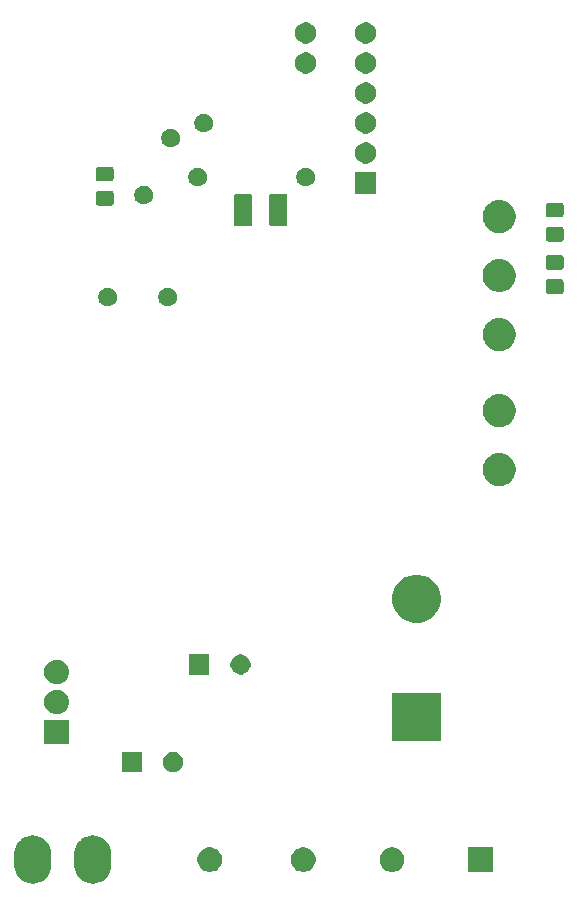
<source format=gbr>
G04 #@! TF.GenerationSoftware,KiCad,Pcbnew,(5.1.5)-3*
G04 #@! TF.CreationDate,2021-02-28T20:58:20+01:00*
G04 #@! TF.ProjectId,ATtimer,41547469-6d65-4722-9e6b-696361645f70,rev?*
G04 #@! TF.SameCoordinates,Original*
G04 #@! TF.FileFunction,Soldermask,Bot*
G04 #@! TF.FilePolarity,Negative*
%FSLAX46Y46*%
G04 Gerber Fmt 4.6, Leading zero omitted, Abs format (unit mm)*
G04 Created by KiCad (PCBNEW (5.1.5)-3) date 2021-02-28 20:58:20*
%MOMM*%
%LPD*%
G04 APERTURE LIST*
%ADD10C,0.100000*%
G04 APERTURE END LIST*
D10*
G36*
X40182048Y-129416442D02*
G01*
X40474413Y-129505130D01*
X40474415Y-129505131D01*
X40743856Y-129649150D01*
X40743858Y-129649151D01*
X40743857Y-129649151D01*
X40980029Y-129842971D01*
X41067395Y-129949426D01*
X41173850Y-130079142D01*
X41317869Y-130348584D01*
X41317870Y-130348586D01*
X41406558Y-130640951D01*
X41429000Y-130868810D01*
X41429000Y-132021190D01*
X41406558Y-132249049D01*
X41367931Y-132376384D01*
X41317869Y-132541416D01*
X41173850Y-132810858D01*
X40980029Y-133047029D01*
X40743858Y-133240850D01*
X40474416Y-133384869D01*
X40474414Y-133384870D01*
X40182049Y-133473558D01*
X39878000Y-133503504D01*
X39573952Y-133473558D01*
X39281587Y-133384870D01*
X39281585Y-133384869D01*
X39012143Y-133240850D01*
X38775972Y-133047029D01*
X38582151Y-132810858D01*
X38438130Y-132541414D01*
X38349442Y-132249049D01*
X38327000Y-132021190D01*
X38327000Y-130868811D01*
X38349442Y-130640952D01*
X38438130Y-130348587D01*
X38582151Y-130079143D01*
X38775971Y-129842971D01*
X38882426Y-129755605D01*
X39012142Y-129649150D01*
X39281584Y-129505131D01*
X39281586Y-129505130D01*
X39573951Y-129416442D01*
X39878000Y-129386496D01*
X40182048Y-129416442D01*
G37*
G36*
X45262048Y-129416442D02*
G01*
X45554413Y-129505130D01*
X45554415Y-129505131D01*
X45823856Y-129649150D01*
X45823858Y-129649151D01*
X45823857Y-129649151D01*
X46060029Y-129842971D01*
X46147395Y-129949426D01*
X46253850Y-130079142D01*
X46397869Y-130348584D01*
X46397870Y-130348586D01*
X46486558Y-130640951D01*
X46509000Y-130868810D01*
X46509000Y-132021190D01*
X46486558Y-132249049D01*
X46447931Y-132376384D01*
X46397869Y-132541416D01*
X46253850Y-132810858D01*
X46060029Y-133047029D01*
X45823858Y-133240850D01*
X45554416Y-133384869D01*
X45554414Y-133384870D01*
X45262049Y-133473558D01*
X44958000Y-133503504D01*
X44653952Y-133473558D01*
X44361587Y-133384870D01*
X44361585Y-133384869D01*
X44092143Y-133240850D01*
X43855972Y-133047029D01*
X43662151Y-132810858D01*
X43518130Y-132541414D01*
X43429442Y-132249049D01*
X43407000Y-132021190D01*
X43407000Y-130868811D01*
X43429442Y-130640952D01*
X43518130Y-130348587D01*
X43662151Y-130079143D01*
X43855971Y-129842971D01*
X43962426Y-129755605D01*
X44092142Y-129649150D01*
X44361584Y-129505131D01*
X44361586Y-129505130D01*
X44653951Y-129416442D01*
X44958000Y-129386496D01*
X45262048Y-129416442D01*
G37*
G36*
X55170564Y-130434389D02*
G01*
X55361833Y-130513615D01*
X55361835Y-130513616D01*
X55533973Y-130628635D01*
X55680365Y-130775027D01*
X55743030Y-130868811D01*
X55795385Y-130947167D01*
X55874611Y-131138436D01*
X55915000Y-131341484D01*
X55915000Y-131548516D01*
X55874611Y-131751564D01*
X55795385Y-131942833D01*
X55795384Y-131942835D01*
X55680365Y-132114973D01*
X55533973Y-132261365D01*
X55361835Y-132376384D01*
X55361834Y-132376385D01*
X55361833Y-132376385D01*
X55170564Y-132455611D01*
X54967516Y-132496000D01*
X54760484Y-132496000D01*
X54557436Y-132455611D01*
X54366167Y-132376385D01*
X54366166Y-132376385D01*
X54366165Y-132376384D01*
X54194027Y-132261365D01*
X54047635Y-132114973D01*
X53932616Y-131942835D01*
X53932615Y-131942833D01*
X53853389Y-131751564D01*
X53813000Y-131548516D01*
X53813000Y-131341484D01*
X53853389Y-131138436D01*
X53932615Y-130947167D01*
X53984971Y-130868811D01*
X54047635Y-130775027D01*
X54194027Y-130628635D01*
X54366165Y-130513616D01*
X54366167Y-130513615D01*
X54557436Y-130434389D01*
X54760484Y-130394000D01*
X54967516Y-130394000D01*
X55170564Y-130434389D01*
G37*
G36*
X70601064Y-130434389D02*
G01*
X70792333Y-130513615D01*
X70792335Y-130513616D01*
X70964473Y-130628635D01*
X71110865Y-130775027D01*
X71173530Y-130868811D01*
X71225885Y-130947167D01*
X71305111Y-131138436D01*
X71345500Y-131341484D01*
X71345500Y-131548516D01*
X71305111Y-131751564D01*
X71225885Y-131942833D01*
X71225884Y-131942835D01*
X71110865Y-132114973D01*
X70964473Y-132261365D01*
X70792335Y-132376384D01*
X70792334Y-132376385D01*
X70792333Y-132376385D01*
X70601064Y-132455611D01*
X70398016Y-132496000D01*
X70190984Y-132496000D01*
X69987936Y-132455611D01*
X69796667Y-132376385D01*
X69796666Y-132376385D01*
X69796665Y-132376384D01*
X69624527Y-132261365D01*
X69478135Y-132114973D01*
X69363116Y-131942835D01*
X69363115Y-131942833D01*
X69283889Y-131751564D01*
X69243500Y-131548516D01*
X69243500Y-131341484D01*
X69283889Y-131138436D01*
X69363115Y-130947167D01*
X69415471Y-130868811D01*
X69478135Y-130775027D01*
X69624527Y-130628635D01*
X69796665Y-130513616D01*
X69796667Y-130513615D01*
X69987936Y-130434389D01*
X70190984Y-130394000D01*
X70398016Y-130394000D01*
X70601064Y-130434389D01*
G37*
G36*
X78838500Y-132496000D02*
G01*
X76736500Y-132496000D01*
X76736500Y-130394000D01*
X78838500Y-130394000D01*
X78838500Y-132496000D01*
G37*
G36*
X63094064Y-130434389D02*
G01*
X63285333Y-130513615D01*
X63285335Y-130513616D01*
X63457473Y-130628635D01*
X63603865Y-130775027D01*
X63666530Y-130868811D01*
X63718885Y-130947167D01*
X63798111Y-131138436D01*
X63838500Y-131341484D01*
X63838500Y-131548516D01*
X63798111Y-131751564D01*
X63718885Y-131942833D01*
X63718884Y-131942835D01*
X63603865Y-132114973D01*
X63457473Y-132261365D01*
X63285335Y-132376384D01*
X63285334Y-132376385D01*
X63285333Y-132376385D01*
X63094064Y-132455611D01*
X62891016Y-132496000D01*
X62683984Y-132496000D01*
X62480936Y-132455611D01*
X62289667Y-132376385D01*
X62289666Y-132376385D01*
X62289665Y-132376384D01*
X62117527Y-132261365D01*
X61971135Y-132114973D01*
X61856116Y-131942835D01*
X61856115Y-131942833D01*
X61776889Y-131751564D01*
X61736500Y-131548516D01*
X61736500Y-131341484D01*
X61776889Y-131138436D01*
X61856115Y-130947167D01*
X61908471Y-130868811D01*
X61971135Y-130775027D01*
X62117527Y-130628635D01*
X62289665Y-130513616D01*
X62289667Y-130513615D01*
X62480936Y-130434389D01*
X62683984Y-130394000D01*
X62891016Y-130394000D01*
X63094064Y-130434389D01*
G37*
G36*
X52008228Y-122371703D02*
G01*
X52163100Y-122435853D01*
X52302481Y-122528985D01*
X52421015Y-122647519D01*
X52514147Y-122786900D01*
X52578297Y-122941772D01*
X52611000Y-123106184D01*
X52611000Y-123273816D01*
X52578297Y-123438228D01*
X52514147Y-123593100D01*
X52421015Y-123732481D01*
X52302481Y-123851015D01*
X52163100Y-123944147D01*
X52008228Y-124008297D01*
X51843816Y-124041000D01*
X51676184Y-124041000D01*
X51511772Y-124008297D01*
X51356900Y-123944147D01*
X51217519Y-123851015D01*
X51098985Y-123732481D01*
X51005853Y-123593100D01*
X50941703Y-123438228D01*
X50909000Y-123273816D01*
X50909000Y-123106184D01*
X50941703Y-122941772D01*
X51005853Y-122786900D01*
X51098985Y-122647519D01*
X51217519Y-122528985D01*
X51356900Y-122435853D01*
X51511772Y-122371703D01*
X51676184Y-122339000D01*
X51843816Y-122339000D01*
X52008228Y-122371703D01*
G37*
G36*
X49111000Y-124041000D02*
G01*
X47409000Y-124041000D01*
X47409000Y-122339000D01*
X49111000Y-122339000D01*
X49111000Y-124041000D01*
G37*
G36*
X42961000Y-121653500D02*
G01*
X40859000Y-121653500D01*
X40859000Y-119646500D01*
X42961000Y-119646500D01*
X42961000Y-121653500D01*
G37*
G36*
X74441000Y-121431000D02*
G01*
X70339000Y-121431000D01*
X70339000Y-117329000D01*
X74441000Y-117329000D01*
X74441000Y-121431000D01*
G37*
G36*
X42055936Y-117111340D02*
G01*
X42154220Y-117121020D01*
X42343381Y-117178401D01*
X42517712Y-117271583D01*
X42670515Y-117396985D01*
X42795917Y-117549788D01*
X42889099Y-117724119D01*
X42946480Y-117913280D01*
X42965855Y-118110000D01*
X42946480Y-118306720D01*
X42889099Y-118495881D01*
X42795917Y-118670212D01*
X42670515Y-118823015D01*
X42517712Y-118948417D01*
X42343381Y-119041599D01*
X42154220Y-119098980D01*
X42055936Y-119108660D01*
X42006795Y-119113500D01*
X41813205Y-119113500D01*
X41764064Y-119108660D01*
X41665780Y-119098980D01*
X41476619Y-119041599D01*
X41302288Y-118948417D01*
X41149485Y-118823015D01*
X41024083Y-118670212D01*
X40930901Y-118495881D01*
X40873520Y-118306720D01*
X40854145Y-118110000D01*
X40873520Y-117913280D01*
X40930901Y-117724119D01*
X41024083Y-117549788D01*
X41149485Y-117396985D01*
X41302288Y-117271583D01*
X41476619Y-117178401D01*
X41665780Y-117121020D01*
X41764064Y-117111340D01*
X41813205Y-117106500D01*
X42006795Y-117106500D01*
X42055936Y-117111340D01*
G37*
G36*
X42055936Y-114571340D02*
G01*
X42154220Y-114581020D01*
X42343381Y-114638401D01*
X42517712Y-114731583D01*
X42670515Y-114856985D01*
X42795917Y-115009788D01*
X42889099Y-115184119D01*
X42946480Y-115373280D01*
X42965855Y-115570000D01*
X42946480Y-115766720D01*
X42889099Y-115955881D01*
X42795917Y-116130212D01*
X42670515Y-116283015D01*
X42517712Y-116408417D01*
X42343381Y-116501599D01*
X42154220Y-116558980D01*
X42055936Y-116568660D01*
X42006795Y-116573500D01*
X41813205Y-116573500D01*
X41764064Y-116568660D01*
X41665780Y-116558980D01*
X41476619Y-116501599D01*
X41302288Y-116408417D01*
X41149485Y-116283015D01*
X41024083Y-116130212D01*
X40930901Y-115955881D01*
X40873520Y-115766720D01*
X40854145Y-115570000D01*
X40873520Y-115373280D01*
X40930901Y-115184119D01*
X41024083Y-115009788D01*
X41149485Y-114856985D01*
X41302288Y-114731583D01*
X41476619Y-114638401D01*
X41665780Y-114581020D01*
X41764064Y-114571340D01*
X41813205Y-114566500D01*
X42006795Y-114566500D01*
X42055936Y-114571340D01*
G37*
G36*
X57723228Y-114116703D02*
G01*
X57878100Y-114180853D01*
X58017481Y-114273985D01*
X58136015Y-114392519D01*
X58229147Y-114531900D01*
X58293297Y-114686772D01*
X58326000Y-114851184D01*
X58326000Y-115018816D01*
X58293297Y-115183228D01*
X58229147Y-115338100D01*
X58136015Y-115477481D01*
X58017481Y-115596015D01*
X57878100Y-115689147D01*
X57723228Y-115753297D01*
X57558816Y-115786000D01*
X57391184Y-115786000D01*
X57226772Y-115753297D01*
X57071900Y-115689147D01*
X56932519Y-115596015D01*
X56813985Y-115477481D01*
X56720853Y-115338100D01*
X56656703Y-115183228D01*
X56624000Y-115018816D01*
X56624000Y-114851184D01*
X56656703Y-114686772D01*
X56720853Y-114531900D01*
X56813985Y-114392519D01*
X56932519Y-114273985D01*
X57071900Y-114180853D01*
X57226772Y-114116703D01*
X57391184Y-114084000D01*
X57558816Y-114084000D01*
X57723228Y-114116703D01*
G37*
G36*
X54826000Y-115786000D02*
G01*
X53124000Y-115786000D01*
X53124000Y-114084000D01*
X54826000Y-114084000D01*
X54826000Y-115786000D01*
G37*
G36*
X72988254Y-107407818D02*
G01*
X73361511Y-107562426D01*
X73361513Y-107562427D01*
X73697436Y-107786884D01*
X73983116Y-108072564D01*
X74207574Y-108408489D01*
X74362182Y-108781746D01*
X74441000Y-109177993D01*
X74441000Y-109582007D01*
X74362182Y-109978254D01*
X74207574Y-110351511D01*
X74207573Y-110351513D01*
X73983116Y-110687436D01*
X73697436Y-110973116D01*
X73361513Y-111197573D01*
X73361512Y-111197574D01*
X73361511Y-111197574D01*
X72988254Y-111352182D01*
X72592007Y-111431000D01*
X72187993Y-111431000D01*
X71791746Y-111352182D01*
X71418489Y-111197574D01*
X71418488Y-111197574D01*
X71418487Y-111197573D01*
X71082564Y-110973116D01*
X70796884Y-110687436D01*
X70572427Y-110351513D01*
X70572426Y-110351511D01*
X70417818Y-109978254D01*
X70339000Y-109582007D01*
X70339000Y-109177993D01*
X70417818Y-108781746D01*
X70572426Y-108408489D01*
X70796884Y-108072564D01*
X71082564Y-107786884D01*
X71418487Y-107562427D01*
X71418489Y-107562426D01*
X71791746Y-107407818D01*
X72187993Y-107329000D01*
X72592007Y-107329000D01*
X72988254Y-107407818D01*
G37*
G36*
X79693433Y-97059893D02*
G01*
X79783657Y-97077839D01*
X79889267Y-97121585D01*
X80038621Y-97183449D01*
X80038622Y-97183450D01*
X80268086Y-97336772D01*
X80463228Y-97531914D01*
X80565675Y-97685237D01*
X80616551Y-97761379D01*
X80722161Y-98016344D01*
X80776000Y-98287012D01*
X80776000Y-98562988D01*
X80722161Y-98833656D01*
X80616551Y-99088621D01*
X80616550Y-99088622D01*
X80463228Y-99318086D01*
X80268086Y-99513228D01*
X80114763Y-99615675D01*
X80038621Y-99666551D01*
X79889267Y-99728415D01*
X79783657Y-99772161D01*
X79693433Y-99790107D01*
X79512988Y-99826000D01*
X79237012Y-99826000D01*
X79056567Y-99790107D01*
X78966343Y-99772161D01*
X78860733Y-99728415D01*
X78711379Y-99666551D01*
X78635237Y-99615675D01*
X78481914Y-99513228D01*
X78286772Y-99318086D01*
X78133450Y-99088622D01*
X78133449Y-99088621D01*
X78027839Y-98833656D01*
X77974000Y-98562988D01*
X77974000Y-98287012D01*
X78027839Y-98016344D01*
X78133449Y-97761379D01*
X78184325Y-97685237D01*
X78286772Y-97531914D01*
X78481914Y-97336772D01*
X78711378Y-97183450D01*
X78711379Y-97183449D01*
X78860733Y-97121585D01*
X78966343Y-97077839D01*
X79056567Y-97059893D01*
X79237012Y-97024000D01*
X79512988Y-97024000D01*
X79693433Y-97059893D01*
G37*
G36*
X79693433Y-92059893D02*
G01*
X79783657Y-92077839D01*
X79889267Y-92121585D01*
X80038621Y-92183449D01*
X80038622Y-92183450D01*
X80268086Y-92336772D01*
X80463228Y-92531914D01*
X80565675Y-92685237D01*
X80616551Y-92761379D01*
X80722161Y-93016344D01*
X80776000Y-93287012D01*
X80776000Y-93562988D01*
X80722161Y-93833656D01*
X80616551Y-94088621D01*
X80616550Y-94088622D01*
X80463228Y-94318086D01*
X80268086Y-94513228D01*
X80114763Y-94615675D01*
X80038621Y-94666551D01*
X79889267Y-94728415D01*
X79783657Y-94772161D01*
X79693433Y-94790107D01*
X79512988Y-94826000D01*
X79237012Y-94826000D01*
X79056567Y-94790107D01*
X78966343Y-94772161D01*
X78860733Y-94728415D01*
X78711379Y-94666551D01*
X78635237Y-94615675D01*
X78481914Y-94513228D01*
X78286772Y-94318086D01*
X78133450Y-94088622D01*
X78133449Y-94088621D01*
X78027839Y-93833656D01*
X77974000Y-93562988D01*
X77974000Y-93287012D01*
X78027839Y-93016344D01*
X78133449Y-92761379D01*
X78184325Y-92685237D01*
X78286772Y-92531914D01*
X78481914Y-92336772D01*
X78711378Y-92183450D01*
X78711379Y-92183449D01*
X78860733Y-92121585D01*
X78966343Y-92077839D01*
X79056567Y-92059893D01*
X79237012Y-92024000D01*
X79512988Y-92024000D01*
X79693433Y-92059893D01*
G37*
G36*
X79693433Y-85629893D02*
G01*
X79783657Y-85647839D01*
X79889267Y-85691585D01*
X80038621Y-85753449D01*
X80038622Y-85753450D01*
X80268086Y-85906772D01*
X80463228Y-86101914D01*
X80565675Y-86255237D01*
X80616551Y-86331379D01*
X80722161Y-86586344D01*
X80776000Y-86857012D01*
X80776000Y-87132988D01*
X80722161Y-87403656D01*
X80616551Y-87658621D01*
X80616550Y-87658622D01*
X80463228Y-87888086D01*
X80268086Y-88083228D01*
X80114763Y-88185675D01*
X80038621Y-88236551D01*
X79889267Y-88298415D01*
X79783657Y-88342161D01*
X79693433Y-88360107D01*
X79512988Y-88396000D01*
X79237012Y-88396000D01*
X79056567Y-88360107D01*
X78966343Y-88342161D01*
X78860733Y-88298415D01*
X78711379Y-88236551D01*
X78635237Y-88185675D01*
X78481914Y-88083228D01*
X78286772Y-87888086D01*
X78133450Y-87658622D01*
X78133449Y-87658621D01*
X78027839Y-87403656D01*
X77974000Y-87132988D01*
X77974000Y-86857012D01*
X78027839Y-86586344D01*
X78133449Y-86331379D01*
X78184325Y-86255237D01*
X78286772Y-86101914D01*
X78481914Y-85906772D01*
X78711378Y-85753450D01*
X78711379Y-85753449D01*
X78860733Y-85691585D01*
X78966343Y-85647839D01*
X79056567Y-85629893D01*
X79237012Y-85594000D01*
X79512988Y-85594000D01*
X79693433Y-85629893D01*
G37*
G36*
X51541642Y-83049781D02*
G01*
X51687414Y-83110162D01*
X51687416Y-83110163D01*
X51818608Y-83197822D01*
X51930178Y-83309392D01*
X52017837Y-83440584D01*
X52017838Y-83440586D01*
X52078219Y-83586358D01*
X52109000Y-83741107D01*
X52109000Y-83898893D01*
X52078219Y-84053642D01*
X52017838Y-84199414D01*
X52017837Y-84199416D01*
X51930178Y-84330608D01*
X51818608Y-84442178D01*
X51687416Y-84529837D01*
X51687415Y-84529838D01*
X51687414Y-84529838D01*
X51541642Y-84590219D01*
X51386893Y-84621000D01*
X51229107Y-84621000D01*
X51074358Y-84590219D01*
X50928586Y-84529838D01*
X50928585Y-84529838D01*
X50928584Y-84529837D01*
X50797392Y-84442178D01*
X50685822Y-84330608D01*
X50598163Y-84199416D01*
X50598162Y-84199414D01*
X50537781Y-84053642D01*
X50507000Y-83898893D01*
X50507000Y-83741107D01*
X50537781Y-83586358D01*
X50598162Y-83440586D01*
X50598163Y-83440584D01*
X50685822Y-83309392D01*
X50797392Y-83197822D01*
X50928584Y-83110163D01*
X50928586Y-83110162D01*
X51074358Y-83049781D01*
X51229107Y-83019000D01*
X51386893Y-83019000D01*
X51541642Y-83049781D01*
G37*
G36*
X46461642Y-83049781D02*
G01*
X46607414Y-83110162D01*
X46607416Y-83110163D01*
X46738608Y-83197822D01*
X46850178Y-83309392D01*
X46937837Y-83440584D01*
X46937838Y-83440586D01*
X46998219Y-83586358D01*
X47029000Y-83741107D01*
X47029000Y-83898893D01*
X46998219Y-84053642D01*
X46937838Y-84199414D01*
X46937837Y-84199416D01*
X46850178Y-84330608D01*
X46738608Y-84442178D01*
X46607416Y-84529837D01*
X46607415Y-84529838D01*
X46607414Y-84529838D01*
X46461642Y-84590219D01*
X46306893Y-84621000D01*
X46149107Y-84621000D01*
X45994358Y-84590219D01*
X45848586Y-84529838D01*
X45848585Y-84529838D01*
X45848584Y-84529837D01*
X45717392Y-84442178D01*
X45605822Y-84330608D01*
X45518163Y-84199416D01*
X45518162Y-84199414D01*
X45457781Y-84053642D01*
X45427000Y-83898893D01*
X45427000Y-83741107D01*
X45457781Y-83586358D01*
X45518162Y-83440586D01*
X45518163Y-83440584D01*
X45605822Y-83309392D01*
X45717392Y-83197822D01*
X45848584Y-83110163D01*
X45848586Y-83110162D01*
X45994358Y-83049781D01*
X46149107Y-83019000D01*
X46306893Y-83019000D01*
X46461642Y-83049781D01*
G37*
G36*
X84662674Y-82318465D02*
G01*
X84700367Y-82329899D01*
X84735103Y-82348466D01*
X84765548Y-82373452D01*
X84790534Y-82403897D01*
X84809101Y-82438633D01*
X84820535Y-82476326D01*
X84825000Y-82521661D01*
X84825000Y-83358339D01*
X84820535Y-83403674D01*
X84809101Y-83441367D01*
X84790534Y-83476103D01*
X84765548Y-83506548D01*
X84735103Y-83531534D01*
X84700367Y-83550101D01*
X84662674Y-83561535D01*
X84617339Y-83566000D01*
X83530661Y-83566000D01*
X83485326Y-83561535D01*
X83447633Y-83550101D01*
X83412897Y-83531534D01*
X83382452Y-83506548D01*
X83357466Y-83476103D01*
X83338899Y-83441367D01*
X83327465Y-83403674D01*
X83323000Y-83358339D01*
X83323000Y-82521661D01*
X83327465Y-82476326D01*
X83338899Y-82438633D01*
X83357466Y-82403897D01*
X83382452Y-82373452D01*
X83412897Y-82348466D01*
X83447633Y-82329899D01*
X83485326Y-82318465D01*
X83530661Y-82314000D01*
X84617339Y-82314000D01*
X84662674Y-82318465D01*
G37*
G36*
X79693433Y-80629893D02*
G01*
X79783657Y-80647839D01*
X79889267Y-80691585D01*
X80038621Y-80753449D01*
X80038622Y-80753450D01*
X80268086Y-80906772D01*
X80463228Y-81101914D01*
X80558051Y-81243827D01*
X80616551Y-81331379D01*
X80641399Y-81391367D01*
X80722161Y-81586343D01*
X80776000Y-81857014D01*
X80776000Y-82132986D01*
X80722161Y-82403657D01*
X80709194Y-82434962D01*
X80616551Y-82658621D01*
X80616550Y-82658622D01*
X80463228Y-82888086D01*
X80268086Y-83083228D01*
X80114763Y-83185675D01*
X80038621Y-83236551D01*
X79889267Y-83298415D01*
X79783657Y-83342161D01*
X79759706Y-83346925D01*
X79512988Y-83396000D01*
X79237012Y-83396000D01*
X78990294Y-83346925D01*
X78966343Y-83342161D01*
X78860733Y-83298415D01*
X78711379Y-83236551D01*
X78635237Y-83185675D01*
X78481914Y-83083228D01*
X78286772Y-82888086D01*
X78133450Y-82658622D01*
X78133449Y-82658621D01*
X78040806Y-82434962D01*
X78027839Y-82403657D01*
X77974000Y-82132986D01*
X77974000Y-81857014D01*
X78027839Y-81586343D01*
X78108601Y-81391367D01*
X78133449Y-81331379D01*
X78191949Y-81243827D01*
X78286772Y-81101914D01*
X78481914Y-80906772D01*
X78711378Y-80753450D01*
X78711379Y-80753449D01*
X78860733Y-80691585D01*
X78966343Y-80647839D01*
X79056567Y-80629893D01*
X79237012Y-80594000D01*
X79512988Y-80594000D01*
X79693433Y-80629893D01*
G37*
G36*
X84662674Y-80268465D02*
G01*
X84700367Y-80279899D01*
X84735103Y-80298466D01*
X84765548Y-80323452D01*
X84790534Y-80353897D01*
X84809101Y-80388633D01*
X84820535Y-80426326D01*
X84825000Y-80471661D01*
X84825000Y-81308339D01*
X84820535Y-81353674D01*
X84809101Y-81391367D01*
X84790534Y-81426103D01*
X84765548Y-81456548D01*
X84735103Y-81481534D01*
X84700367Y-81500101D01*
X84662674Y-81511535D01*
X84617339Y-81516000D01*
X83530661Y-81516000D01*
X83485326Y-81511535D01*
X83447633Y-81500101D01*
X83412897Y-81481534D01*
X83382452Y-81456548D01*
X83357466Y-81426103D01*
X83338899Y-81391367D01*
X83327465Y-81353674D01*
X83323000Y-81308339D01*
X83323000Y-80471661D01*
X83327465Y-80426326D01*
X83338899Y-80388633D01*
X83357466Y-80353897D01*
X83382452Y-80323452D01*
X83412897Y-80298466D01*
X83447633Y-80279899D01*
X83485326Y-80268465D01*
X83530661Y-80264000D01*
X84617339Y-80264000D01*
X84662674Y-80268465D01*
G37*
G36*
X84662674Y-77873465D02*
G01*
X84700367Y-77884899D01*
X84735103Y-77903466D01*
X84765548Y-77928452D01*
X84790534Y-77958897D01*
X84809101Y-77993633D01*
X84820535Y-78031326D01*
X84825000Y-78076661D01*
X84825000Y-78913339D01*
X84820535Y-78958674D01*
X84809101Y-78996367D01*
X84790534Y-79031103D01*
X84765548Y-79061548D01*
X84735103Y-79086534D01*
X84700367Y-79105101D01*
X84662674Y-79116535D01*
X84617339Y-79121000D01*
X83530661Y-79121000D01*
X83485326Y-79116535D01*
X83447633Y-79105101D01*
X83412897Y-79086534D01*
X83382452Y-79061548D01*
X83357466Y-79031103D01*
X83338899Y-78996367D01*
X83327465Y-78958674D01*
X83323000Y-78913339D01*
X83323000Y-78076661D01*
X83327465Y-78031326D01*
X83338899Y-77993633D01*
X83357466Y-77958897D01*
X83382452Y-77928452D01*
X83412897Y-77903466D01*
X83447633Y-77884899D01*
X83485326Y-77873465D01*
X83530661Y-77869000D01*
X84617339Y-77869000D01*
X84662674Y-77873465D01*
G37*
G36*
X79693433Y-75629893D02*
G01*
X79783657Y-75647839D01*
X79889267Y-75691585D01*
X80038621Y-75753449D01*
X80038622Y-75753450D01*
X80268086Y-75906772D01*
X80463228Y-76101914D01*
X80565675Y-76255237D01*
X80616551Y-76331379D01*
X80722161Y-76586344D01*
X80776000Y-76857012D01*
X80776000Y-77132988D01*
X80722161Y-77403656D01*
X80616551Y-77658621D01*
X80565675Y-77734763D01*
X80463228Y-77888086D01*
X80268086Y-78083228D01*
X80114763Y-78185675D01*
X80038621Y-78236551D01*
X79889267Y-78298415D01*
X79783657Y-78342161D01*
X79693433Y-78360107D01*
X79512988Y-78396000D01*
X79237012Y-78396000D01*
X79056567Y-78360107D01*
X78966343Y-78342161D01*
X78860733Y-78298415D01*
X78711379Y-78236551D01*
X78635237Y-78185675D01*
X78481914Y-78083228D01*
X78286772Y-77888086D01*
X78184325Y-77734763D01*
X78133449Y-77658621D01*
X78027839Y-77403656D01*
X77974000Y-77132988D01*
X77974000Y-76857012D01*
X78027839Y-76586344D01*
X78133449Y-76331379D01*
X78184325Y-76255237D01*
X78286772Y-76101914D01*
X78481914Y-75906772D01*
X78711378Y-75753450D01*
X78711379Y-75753449D01*
X78860733Y-75691585D01*
X78966343Y-75647839D01*
X79056567Y-75629893D01*
X79237012Y-75594000D01*
X79512988Y-75594000D01*
X79693433Y-75629893D01*
G37*
G36*
X58307562Y-75082181D02*
G01*
X58342481Y-75092774D01*
X58374663Y-75109976D01*
X58402873Y-75133127D01*
X58426024Y-75161337D01*
X58443226Y-75193519D01*
X58453819Y-75228438D01*
X58458000Y-75270895D01*
X58458000Y-77637105D01*
X58453819Y-77679562D01*
X58443226Y-77714481D01*
X58426024Y-77746663D01*
X58402873Y-77774873D01*
X58374663Y-77798024D01*
X58342481Y-77815226D01*
X58307562Y-77825819D01*
X58265105Y-77830000D01*
X57123895Y-77830000D01*
X57081438Y-77825819D01*
X57046519Y-77815226D01*
X57014337Y-77798024D01*
X56986127Y-77774873D01*
X56962976Y-77746663D01*
X56945774Y-77714481D01*
X56935181Y-77679562D01*
X56931000Y-77637105D01*
X56931000Y-75270895D01*
X56935181Y-75228438D01*
X56945774Y-75193519D01*
X56962976Y-75161337D01*
X56986127Y-75133127D01*
X57014337Y-75109976D01*
X57046519Y-75092774D01*
X57081438Y-75082181D01*
X57123895Y-75078000D01*
X58265105Y-75078000D01*
X58307562Y-75082181D01*
G37*
G36*
X61282562Y-75082181D02*
G01*
X61317481Y-75092774D01*
X61349663Y-75109976D01*
X61377873Y-75133127D01*
X61401024Y-75161337D01*
X61418226Y-75193519D01*
X61428819Y-75228438D01*
X61433000Y-75270895D01*
X61433000Y-77637105D01*
X61428819Y-77679562D01*
X61418226Y-77714481D01*
X61401024Y-77746663D01*
X61377873Y-77774873D01*
X61349663Y-77798024D01*
X61317481Y-77815226D01*
X61282562Y-77825819D01*
X61240105Y-77830000D01*
X60098895Y-77830000D01*
X60056438Y-77825819D01*
X60021519Y-77815226D01*
X59989337Y-77798024D01*
X59961127Y-77774873D01*
X59937976Y-77746663D01*
X59920774Y-77714481D01*
X59910181Y-77679562D01*
X59906000Y-77637105D01*
X59906000Y-75270895D01*
X59910181Y-75228438D01*
X59920774Y-75193519D01*
X59937976Y-75161337D01*
X59961127Y-75133127D01*
X59989337Y-75109976D01*
X60021519Y-75092774D01*
X60056438Y-75082181D01*
X60098895Y-75078000D01*
X61240105Y-75078000D01*
X61282562Y-75082181D01*
G37*
G36*
X84662674Y-75823465D02*
G01*
X84700367Y-75834899D01*
X84735103Y-75853466D01*
X84765548Y-75878452D01*
X84790534Y-75908897D01*
X84809101Y-75943633D01*
X84820535Y-75981326D01*
X84825000Y-76026661D01*
X84825000Y-76863339D01*
X84820535Y-76908674D01*
X84809101Y-76946367D01*
X84790534Y-76981103D01*
X84765548Y-77011548D01*
X84735103Y-77036534D01*
X84700367Y-77055101D01*
X84662674Y-77066535D01*
X84617339Y-77071000D01*
X83530661Y-77071000D01*
X83485326Y-77066535D01*
X83447633Y-77055101D01*
X83412897Y-77036534D01*
X83382452Y-77011548D01*
X83357466Y-76981103D01*
X83338899Y-76946367D01*
X83327465Y-76908674D01*
X83323000Y-76863339D01*
X83323000Y-76026661D01*
X83327465Y-75981326D01*
X83338899Y-75943633D01*
X83357466Y-75908897D01*
X83382452Y-75878452D01*
X83412897Y-75853466D01*
X83447633Y-75834899D01*
X83485326Y-75823465D01*
X83530661Y-75819000D01*
X84617339Y-75819000D01*
X84662674Y-75823465D01*
G37*
G36*
X46562674Y-74825465D02*
G01*
X46600367Y-74836899D01*
X46635103Y-74855466D01*
X46665548Y-74880452D01*
X46690534Y-74910897D01*
X46709101Y-74945633D01*
X46720535Y-74983326D01*
X46725000Y-75028661D01*
X46725000Y-75865339D01*
X46720535Y-75910674D01*
X46709101Y-75948367D01*
X46690534Y-75983103D01*
X46665548Y-76013548D01*
X46635103Y-76038534D01*
X46600367Y-76057101D01*
X46562674Y-76068535D01*
X46517339Y-76073000D01*
X45430661Y-76073000D01*
X45385326Y-76068535D01*
X45347633Y-76057101D01*
X45312897Y-76038534D01*
X45282452Y-76013548D01*
X45257466Y-75983103D01*
X45238899Y-75948367D01*
X45227465Y-75910674D01*
X45223000Y-75865339D01*
X45223000Y-75028661D01*
X45227465Y-74983326D01*
X45238899Y-74945633D01*
X45257466Y-74910897D01*
X45282452Y-74880452D01*
X45312897Y-74855466D01*
X45347633Y-74836899D01*
X45385326Y-74825465D01*
X45430661Y-74821000D01*
X46517339Y-74821000D01*
X46562674Y-74825465D01*
G37*
G36*
X49509642Y-74413781D02*
G01*
X49623638Y-74461000D01*
X49655416Y-74474163D01*
X49786608Y-74561822D01*
X49898178Y-74673392D01*
X49985837Y-74804584D01*
X49985838Y-74804586D01*
X50046219Y-74950358D01*
X50077000Y-75105107D01*
X50077000Y-75262893D01*
X50046219Y-75417642D01*
X49985838Y-75563414D01*
X49985837Y-75563416D01*
X49898178Y-75694608D01*
X49786608Y-75806178D01*
X49655416Y-75893837D01*
X49655415Y-75893838D01*
X49655414Y-75893838D01*
X49509642Y-75954219D01*
X49354893Y-75985000D01*
X49197107Y-75985000D01*
X49042358Y-75954219D01*
X48896586Y-75893838D01*
X48896585Y-75893838D01*
X48896584Y-75893837D01*
X48765392Y-75806178D01*
X48653822Y-75694608D01*
X48566163Y-75563416D01*
X48566162Y-75563414D01*
X48505781Y-75417642D01*
X48475000Y-75262893D01*
X48475000Y-75105107D01*
X48505781Y-74950358D01*
X48566162Y-74804586D01*
X48566163Y-74804584D01*
X48653822Y-74673392D01*
X48765392Y-74561822D01*
X48896584Y-74474163D01*
X48928362Y-74461000D01*
X49042358Y-74413781D01*
X49197107Y-74383000D01*
X49354893Y-74383000D01*
X49509642Y-74413781D01*
G37*
G36*
X68973000Y-75069000D02*
G01*
X67171000Y-75069000D01*
X67171000Y-73267000D01*
X68973000Y-73267000D01*
X68973000Y-75069000D01*
G37*
G36*
X63225642Y-72889781D02*
G01*
X63371414Y-72950162D01*
X63371416Y-72950163D01*
X63502608Y-73037822D01*
X63614178Y-73149392D01*
X63701837Y-73280584D01*
X63701838Y-73280586D01*
X63762219Y-73426358D01*
X63793000Y-73581107D01*
X63793000Y-73738893D01*
X63762219Y-73893642D01*
X63710803Y-74017770D01*
X63701837Y-74039416D01*
X63614178Y-74170608D01*
X63502608Y-74282178D01*
X63371416Y-74369837D01*
X63371415Y-74369838D01*
X63371414Y-74369838D01*
X63225642Y-74430219D01*
X63070893Y-74461000D01*
X62913107Y-74461000D01*
X62758358Y-74430219D01*
X62612586Y-74369838D01*
X62612585Y-74369838D01*
X62612584Y-74369837D01*
X62481392Y-74282178D01*
X62369822Y-74170608D01*
X62282163Y-74039416D01*
X62273197Y-74017770D01*
X62221781Y-73893642D01*
X62191000Y-73738893D01*
X62191000Y-73581107D01*
X62221781Y-73426358D01*
X62282162Y-73280586D01*
X62282163Y-73280584D01*
X62369822Y-73149392D01*
X62481392Y-73037822D01*
X62612584Y-72950163D01*
X62612586Y-72950162D01*
X62758358Y-72889781D01*
X62913107Y-72859000D01*
X63070893Y-72859000D01*
X63225642Y-72889781D01*
G37*
G36*
X54081642Y-72889781D02*
G01*
X54227414Y-72950162D01*
X54227416Y-72950163D01*
X54358608Y-73037822D01*
X54470178Y-73149392D01*
X54557837Y-73280584D01*
X54557838Y-73280586D01*
X54618219Y-73426358D01*
X54649000Y-73581107D01*
X54649000Y-73738893D01*
X54618219Y-73893642D01*
X54566803Y-74017770D01*
X54557837Y-74039416D01*
X54470178Y-74170608D01*
X54358608Y-74282178D01*
X54227416Y-74369837D01*
X54227415Y-74369838D01*
X54227414Y-74369838D01*
X54081642Y-74430219D01*
X53926893Y-74461000D01*
X53769107Y-74461000D01*
X53614358Y-74430219D01*
X53468586Y-74369838D01*
X53468585Y-74369838D01*
X53468584Y-74369837D01*
X53337392Y-74282178D01*
X53225822Y-74170608D01*
X53138163Y-74039416D01*
X53129197Y-74017770D01*
X53077781Y-73893642D01*
X53047000Y-73738893D01*
X53047000Y-73581107D01*
X53077781Y-73426358D01*
X53138162Y-73280586D01*
X53138163Y-73280584D01*
X53225822Y-73149392D01*
X53337392Y-73037822D01*
X53468584Y-72950163D01*
X53468586Y-72950162D01*
X53614358Y-72889781D01*
X53769107Y-72859000D01*
X53926893Y-72859000D01*
X54081642Y-72889781D01*
G37*
G36*
X46562674Y-72775465D02*
G01*
X46600367Y-72786899D01*
X46635103Y-72805466D01*
X46665548Y-72830452D01*
X46690534Y-72860897D01*
X46709101Y-72895633D01*
X46720535Y-72933326D01*
X46725000Y-72978661D01*
X46725000Y-73815339D01*
X46720535Y-73860674D01*
X46709101Y-73898367D01*
X46690534Y-73933103D01*
X46665548Y-73963548D01*
X46635103Y-73988534D01*
X46600367Y-74007101D01*
X46562674Y-74018535D01*
X46517339Y-74023000D01*
X45430661Y-74023000D01*
X45385326Y-74018535D01*
X45347633Y-74007101D01*
X45312897Y-73988534D01*
X45282452Y-73963548D01*
X45257466Y-73933103D01*
X45238899Y-73898367D01*
X45227465Y-73860674D01*
X45223000Y-73815339D01*
X45223000Y-72978661D01*
X45227465Y-72933326D01*
X45238899Y-72895633D01*
X45257466Y-72860897D01*
X45282452Y-72830452D01*
X45312897Y-72805466D01*
X45347633Y-72786899D01*
X45385326Y-72775465D01*
X45430661Y-72771000D01*
X46517339Y-72771000D01*
X46562674Y-72775465D01*
G37*
G36*
X68185512Y-70731927D02*
G01*
X68334812Y-70761624D01*
X68498784Y-70829544D01*
X68646354Y-70928147D01*
X68771853Y-71053646D01*
X68870456Y-71201216D01*
X68938376Y-71365188D01*
X68973000Y-71539259D01*
X68973000Y-71716741D01*
X68938376Y-71890812D01*
X68870456Y-72054784D01*
X68771853Y-72202354D01*
X68646354Y-72327853D01*
X68498784Y-72426456D01*
X68334812Y-72494376D01*
X68185512Y-72524073D01*
X68160742Y-72529000D01*
X67983258Y-72529000D01*
X67958488Y-72524073D01*
X67809188Y-72494376D01*
X67645216Y-72426456D01*
X67497646Y-72327853D01*
X67372147Y-72202354D01*
X67273544Y-72054784D01*
X67205624Y-71890812D01*
X67171000Y-71716741D01*
X67171000Y-71539259D01*
X67205624Y-71365188D01*
X67273544Y-71201216D01*
X67372147Y-71053646D01*
X67497646Y-70928147D01*
X67645216Y-70829544D01*
X67809188Y-70761624D01*
X67958488Y-70731927D01*
X67983258Y-70727000D01*
X68160742Y-70727000D01*
X68185512Y-70731927D01*
G37*
G36*
X51795642Y-69587781D02*
G01*
X51941414Y-69648162D01*
X51941416Y-69648163D01*
X52072608Y-69735822D01*
X52184178Y-69847392D01*
X52271837Y-69978584D01*
X52271838Y-69978586D01*
X52332219Y-70124358D01*
X52363000Y-70279107D01*
X52363000Y-70436893D01*
X52332219Y-70591642D01*
X52271838Y-70737414D01*
X52271837Y-70737416D01*
X52184178Y-70868608D01*
X52072608Y-70980178D01*
X51941416Y-71067837D01*
X51941415Y-71067838D01*
X51941414Y-71067838D01*
X51795642Y-71128219D01*
X51640893Y-71159000D01*
X51483107Y-71159000D01*
X51328358Y-71128219D01*
X51182586Y-71067838D01*
X51182585Y-71067838D01*
X51182584Y-71067837D01*
X51051392Y-70980178D01*
X50939822Y-70868608D01*
X50852163Y-70737416D01*
X50852162Y-70737414D01*
X50791781Y-70591642D01*
X50761000Y-70436893D01*
X50761000Y-70279107D01*
X50791781Y-70124358D01*
X50852162Y-69978586D01*
X50852163Y-69978584D01*
X50939822Y-69847392D01*
X51051392Y-69735822D01*
X51182584Y-69648163D01*
X51182586Y-69648162D01*
X51328358Y-69587781D01*
X51483107Y-69557000D01*
X51640893Y-69557000D01*
X51795642Y-69587781D01*
G37*
G36*
X68185512Y-68191927D02*
G01*
X68334812Y-68221624D01*
X68498784Y-68289544D01*
X68646354Y-68388147D01*
X68771853Y-68513646D01*
X68870456Y-68661216D01*
X68938376Y-68825188D01*
X68973000Y-68999259D01*
X68973000Y-69176741D01*
X68938376Y-69350812D01*
X68870456Y-69514784D01*
X68771853Y-69662354D01*
X68646354Y-69787853D01*
X68498784Y-69886456D01*
X68334812Y-69954376D01*
X68185512Y-69984073D01*
X68160742Y-69989000D01*
X67983258Y-69989000D01*
X67958488Y-69984073D01*
X67809188Y-69954376D01*
X67645216Y-69886456D01*
X67497646Y-69787853D01*
X67372147Y-69662354D01*
X67273544Y-69514784D01*
X67205624Y-69350812D01*
X67171000Y-69176741D01*
X67171000Y-68999259D01*
X67205624Y-68825188D01*
X67273544Y-68661216D01*
X67372147Y-68513646D01*
X67497646Y-68388147D01*
X67645216Y-68289544D01*
X67809188Y-68221624D01*
X67958488Y-68191927D01*
X67983258Y-68187000D01*
X68160742Y-68187000D01*
X68185512Y-68191927D01*
G37*
G36*
X54589642Y-68317781D02*
G01*
X54735414Y-68378162D01*
X54735416Y-68378163D01*
X54866608Y-68465822D01*
X54978178Y-68577392D01*
X55034187Y-68661216D01*
X55065838Y-68708586D01*
X55126219Y-68854358D01*
X55157000Y-69009107D01*
X55157000Y-69166893D01*
X55126219Y-69321642D01*
X55114136Y-69350812D01*
X55065837Y-69467416D01*
X54978178Y-69598608D01*
X54866608Y-69710178D01*
X54735416Y-69797837D01*
X54735415Y-69797838D01*
X54735414Y-69797838D01*
X54589642Y-69858219D01*
X54434893Y-69889000D01*
X54277107Y-69889000D01*
X54122358Y-69858219D01*
X53976586Y-69797838D01*
X53976585Y-69797838D01*
X53976584Y-69797837D01*
X53845392Y-69710178D01*
X53733822Y-69598608D01*
X53646163Y-69467416D01*
X53597864Y-69350812D01*
X53585781Y-69321642D01*
X53555000Y-69166893D01*
X53555000Y-69009107D01*
X53585781Y-68854358D01*
X53646162Y-68708586D01*
X53677813Y-68661216D01*
X53733822Y-68577392D01*
X53845392Y-68465822D01*
X53976584Y-68378163D01*
X53976586Y-68378162D01*
X54122358Y-68317781D01*
X54277107Y-68287000D01*
X54434893Y-68287000D01*
X54589642Y-68317781D01*
G37*
G36*
X68185512Y-65651927D02*
G01*
X68334812Y-65681624D01*
X68498784Y-65749544D01*
X68646354Y-65848147D01*
X68771853Y-65973646D01*
X68870456Y-66121216D01*
X68938376Y-66285188D01*
X68973000Y-66459259D01*
X68973000Y-66636741D01*
X68938376Y-66810812D01*
X68870456Y-66974784D01*
X68771853Y-67122354D01*
X68646354Y-67247853D01*
X68498784Y-67346456D01*
X68334812Y-67414376D01*
X68185512Y-67444073D01*
X68160742Y-67449000D01*
X67983258Y-67449000D01*
X67958488Y-67444073D01*
X67809188Y-67414376D01*
X67645216Y-67346456D01*
X67497646Y-67247853D01*
X67372147Y-67122354D01*
X67273544Y-66974784D01*
X67205624Y-66810812D01*
X67171000Y-66636741D01*
X67171000Y-66459259D01*
X67205624Y-66285188D01*
X67273544Y-66121216D01*
X67372147Y-65973646D01*
X67497646Y-65848147D01*
X67645216Y-65749544D01*
X67809188Y-65681624D01*
X67958488Y-65651927D01*
X67983258Y-65647000D01*
X68160742Y-65647000D01*
X68185512Y-65651927D01*
G37*
G36*
X63105512Y-63111927D02*
G01*
X63254812Y-63141624D01*
X63418784Y-63209544D01*
X63566354Y-63308147D01*
X63691853Y-63433646D01*
X63790456Y-63581216D01*
X63858376Y-63745188D01*
X63893000Y-63919259D01*
X63893000Y-64096741D01*
X63858376Y-64270812D01*
X63790456Y-64434784D01*
X63691853Y-64582354D01*
X63566354Y-64707853D01*
X63418784Y-64806456D01*
X63254812Y-64874376D01*
X63105512Y-64904073D01*
X63080742Y-64909000D01*
X62903258Y-64909000D01*
X62878488Y-64904073D01*
X62729188Y-64874376D01*
X62565216Y-64806456D01*
X62417646Y-64707853D01*
X62292147Y-64582354D01*
X62193544Y-64434784D01*
X62125624Y-64270812D01*
X62091000Y-64096741D01*
X62091000Y-63919259D01*
X62125624Y-63745188D01*
X62193544Y-63581216D01*
X62292147Y-63433646D01*
X62417646Y-63308147D01*
X62565216Y-63209544D01*
X62729188Y-63141624D01*
X62878488Y-63111927D01*
X62903258Y-63107000D01*
X63080742Y-63107000D01*
X63105512Y-63111927D01*
G37*
G36*
X68185512Y-63111927D02*
G01*
X68334812Y-63141624D01*
X68498784Y-63209544D01*
X68646354Y-63308147D01*
X68771853Y-63433646D01*
X68870456Y-63581216D01*
X68938376Y-63745188D01*
X68973000Y-63919259D01*
X68973000Y-64096741D01*
X68938376Y-64270812D01*
X68870456Y-64434784D01*
X68771853Y-64582354D01*
X68646354Y-64707853D01*
X68498784Y-64806456D01*
X68334812Y-64874376D01*
X68185512Y-64904073D01*
X68160742Y-64909000D01*
X67983258Y-64909000D01*
X67958488Y-64904073D01*
X67809188Y-64874376D01*
X67645216Y-64806456D01*
X67497646Y-64707853D01*
X67372147Y-64582354D01*
X67273544Y-64434784D01*
X67205624Y-64270812D01*
X67171000Y-64096741D01*
X67171000Y-63919259D01*
X67205624Y-63745188D01*
X67273544Y-63581216D01*
X67372147Y-63433646D01*
X67497646Y-63308147D01*
X67645216Y-63209544D01*
X67809188Y-63141624D01*
X67958488Y-63111927D01*
X67983258Y-63107000D01*
X68160742Y-63107000D01*
X68185512Y-63111927D01*
G37*
G36*
X63105512Y-60571927D02*
G01*
X63254812Y-60601624D01*
X63418784Y-60669544D01*
X63566354Y-60768147D01*
X63691853Y-60893646D01*
X63790456Y-61041216D01*
X63858376Y-61205188D01*
X63893000Y-61379259D01*
X63893000Y-61556741D01*
X63858376Y-61730812D01*
X63790456Y-61894784D01*
X63691853Y-62042354D01*
X63566354Y-62167853D01*
X63418784Y-62266456D01*
X63254812Y-62334376D01*
X63105512Y-62364073D01*
X63080742Y-62369000D01*
X62903258Y-62369000D01*
X62878488Y-62364073D01*
X62729188Y-62334376D01*
X62565216Y-62266456D01*
X62417646Y-62167853D01*
X62292147Y-62042354D01*
X62193544Y-61894784D01*
X62125624Y-61730812D01*
X62091000Y-61556741D01*
X62091000Y-61379259D01*
X62125624Y-61205188D01*
X62193544Y-61041216D01*
X62292147Y-60893646D01*
X62417646Y-60768147D01*
X62565216Y-60669544D01*
X62729188Y-60601624D01*
X62878488Y-60571927D01*
X62903258Y-60567000D01*
X63080742Y-60567000D01*
X63105512Y-60571927D01*
G37*
G36*
X68185512Y-60571927D02*
G01*
X68334812Y-60601624D01*
X68498784Y-60669544D01*
X68646354Y-60768147D01*
X68771853Y-60893646D01*
X68870456Y-61041216D01*
X68938376Y-61205188D01*
X68973000Y-61379259D01*
X68973000Y-61556741D01*
X68938376Y-61730812D01*
X68870456Y-61894784D01*
X68771853Y-62042354D01*
X68646354Y-62167853D01*
X68498784Y-62266456D01*
X68334812Y-62334376D01*
X68185512Y-62364073D01*
X68160742Y-62369000D01*
X67983258Y-62369000D01*
X67958488Y-62364073D01*
X67809188Y-62334376D01*
X67645216Y-62266456D01*
X67497646Y-62167853D01*
X67372147Y-62042354D01*
X67273544Y-61894784D01*
X67205624Y-61730812D01*
X67171000Y-61556741D01*
X67171000Y-61379259D01*
X67205624Y-61205188D01*
X67273544Y-61041216D01*
X67372147Y-60893646D01*
X67497646Y-60768147D01*
X67645216Y-60669544D01*
X67809188Y-60601624D01*
X67958488Y-60571927D01*
X67983258Y-60567000D01*
X68160742Y-60567000D01*
X68185512Y-60571927D01*
G37*
M02*

</source>
